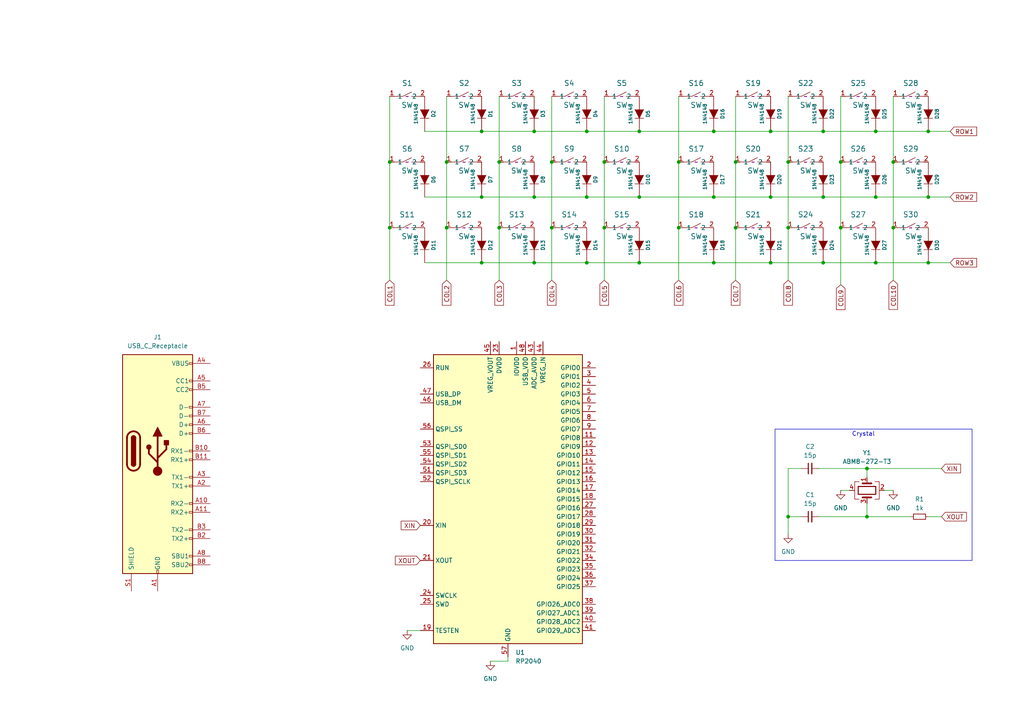
<source format=kicad_sch>
(kicad_sch (version 20231120) (generator "eeschema") (generator_version "8.0")
  (paper "A4")
  (lib_symbols
    (symbol "Connector:USB_C_Receptacle" (pin_names (offset 1.016))
      (property "Reference" "J" (at -10.16 29.21 0))
      (property "Value" "USB_C_Receptacle" (at 10.16 29.21 0))
      (symbol "USB_C_Receptacle_0_0"
        (rectangle (start -0.254 -35.56) (end 0.254 -34.544))
        (rectangle (start 10.16 -32.766) (end 9.144 -33.274))
        (rectangle (start 10.16 -30.226) (end 9.144 -30.734))
        (rectangle (start 10.16 -25.146) (end 9.144 -25.654))
        (rectangle (start 10.16 -22.606) (end 9.144 -23.114))
        (rectangle (start 10.16 -17.526) (end 9.144 -18.034))
        (rectangle (start 10.16 -14.986) (end 9.144 -15.494))
        (rectangle (start 10.16 -9.906) (end 9.144 -10.414))
        (rectangle (start 10.16 -7.366) (end 9.144 -7.874))
        (rectangle (start 10.16 -2.286) (end 9.144 -2.794))
        (rectangle (start 10.16 0.254) (end 9.144 -0.254))
        (rectangle (start 10.16 5.334) (end 9.144 4.826))
        (rectangle (start 10.16 7.874) (end 9.144 7.366))
        (rectangle (start 10.16 10.414) (end 9.144 9.906))
        (rectangle (start 10.16 12.954) (end 9.144 12.446))
        (rectangle (start 10.16 18.034) (end 9.144 17.526))
        (rectangle (start 10.16 20.574) (end 9.144 20.066))
        (rectangle (start 10.16 25.654) (end 9.144 25.146))
      )
      (symbol "USB_C_Receptacle_0_1"
        (rectangle (start -10.16 27.94) (end 10.16 -35.56) (stroke (width 0.254)) (fill (type background)))
        (arc (start -8.89 -3.81) (mid -6.985 -5.7067) (end -5.08 -3.81) (stroke (width 0.508)))
        (arc (start -7.62 -3.81) (mid -6.985 -4.4423) (end -6.35 -3.81) (stroke (width 0.254)))
        (arc (start -7.62 -3.81) (mid -6.985 -4.4423) (end -6.35 -3.81) (stroke (width 0.254)) (fill (type outline)))
        (rectangle (start -7.62 -3.81) (end -6.35 3.81) (stroke (width 0.254)) (fill (type outline)))
        (arc (start -6.35 3.81) (mid -6.985 4.4423) (end -7.62 3.81) (stroke (width 0.254)))
        (arc (start -6.35 3.81) (mid -6.985 4.4423) (end -7.62 3.81) (stroke (width 0.254)) (fill (type outline)))
        (arc (start -5.08 3.81) (mid -6.985 5.7067) (end -8.89 3.81) (stroke (width 0.508)))
        (polyline (pts (xy -8.89 -3.81) (xy -8.89 3.81)) (stroke (width 0.508)))
        (polyline (pts (xy -5.08 3.81) (xy -5.08 -3.81)) (stroke (width 0.508)))
      )
      (symbol "USB_C_Receptacle_1_1"
        (circle (center -2.54 1.143) (radius 0.635) (stroke (width 0.254)) (fill (type outline)))
        (circle (center 0 -5.842) (radius 1.27) (fill (type outline)))
        (polyline (pts (xy 0 -5.842) (xy 0 4.318)) (stroke (width 0.508)))
        (polyline (pts (xy 0 -3.302) (xy -2.54 -0.762) (xy -2.54 0.508)) (stroke (width 0.508)))
        (polyline (pts (xy 0 -2.032) (xy 2.54 0.508) (xy 2.54 1.778)) (stroke (width 0.508)))
        (polyline (pts (xy -1.27 4.318) (xy 0 6.858) (xy 1.27 4.318) (xy -1.27 4.318)) (stroke (width 0.254)) (fill (type outline)))
        (rectangle (start 1.905 1.778) (end 3.175 3.048) (stroke (width 0.254)) (fill (type outline)))
        (pin passive line (at 0 -40.64 90) (length 5.08) (name "GND") (number "A1"))
        (pin bidirectional line (at 15.24 -15.24 180) (length 5.08) (name "RX2-") (number "A10"))
        (pin bidirectional line (at 15.24 -17.78 180) (length 5.08) (name "RX2+") (number "A11"))
        (pin passive line (at 0 -40.64 90) (length 5.08) hide (name "GND") (number "A12"))
        (pin bidirectional line (at 15.24 -10.16 180) (length 5.08) (name "TX1+") (number "A2"))
        (pin bidirectional line (at 15.24 -7.62 180) (length 5.08) (name "TX1-") (number "A3"))
        (pin passive line (at 15.24 25.4 180) (length 5.08) (name "VBUS") (number "A4"))
        (pin bidirectional line (at 15.24 20.32 180) (length 5.08) (name "CC1") (number "A5"))
        (pin bidirectional line (at 15.24 7.62 180) (length 5.08) (name "D+") (number "A6"))
        (pin bidirectional line (at 15.24 12.7 180) (length 5.08) (name "D-") (number "A7"))
        (pin bidirectional line (at 15.24 -30.48 180) (length 5.08) (name "SBU1") (number "A8"))
        (pin passive line (at 15.24 25.4 180) (length 5.08) hide (name "VBUS") (number "A9"))
        (pin passive line (at 0 -40.64 90) (length 5.08) hide (name "GND") (number "B1"))
        (pin bidirectional line (at 15.24 0 180) (length 5.08) (name "RX1-") (number "B10"))
        (pin bidirectional line (at 15.24 -2.54 180) (length 5.08) (name "RX1+") (number "B11"))
        (pin passive line (at 0 -40.64 90) (length 5.08) hide (name "GND") (number "B12"))
        (pin bidirectional line (at 15.24 -25.4 180) (length 5.08) (name "TX2+") (number "B2"))
        (pin bidirectional line (at 15.24 -22.86 180) (length 5.08) (name "TX2-") (number "B3"))
        (pin passive line (at 15.24 25.4 180) (length 5.08) hide (name "VBUS") (number "B4"))
        (pin bidirectional line (at 15.24 17.78 180) (length 5.08) (name "CC2") (number "B5"))
        (pin bidirectional line (at 15.24 5.08 180) (length 5.08) (name "D+") (number "B6"))
        (pin bidirectional line (at 15.24 10.16 180) (length 5.08) (name "D-") (number "B7"))
        (pin bidirectional line (at 15.24 -33.02 180) (length 5.08) (name "SBU2") (number "B8"))
        (pin passive line (at 15.24 25.4 180) (length 5.08) hide (name "VBUS") (number "B9"))
        (pin passive line (at -7.62 -40.64 90) (length 5.08) (name "SHIELD") (number "S1"))
      )
    )
    (symbol "Device:C_Small" (pin_numbers hide) (pin_names (offset 0.254) hide)
      (property "Reference" "C" (at 0.254 1.778 0))
      (property "Value" "C_Small" (at 0.254 -2.032 0))
      (symbol "C_Small_0_1"
        (polyline (pts (xy -1.524 -0.508) (xy 1.524 -0.508)) (stroke (width 0.3302)))
        (polyline (pts (xy -1.524 0.508) (xy 1.524 0.508)) (stroke (width 0.3048)))
      )
      (symbol "C_Small_1_1"
        (pin passive line (at 0 2.54 270) (length 2.032) (name "~") (number "1"))
        (pin passive line (at 0 -2.54 90) (length 2.032) (name "~") (number "2"))
      )
    )
    (symbol "Device:Crystal_GND24" (pin_names (offset 1.016) hide)
      (property "Reference" "Y" (at 3.175 5.08 0))
      (property "Value" "Crystal_GND24" (at 3.175 3.175 0))
      (symbol "Crystal_GND24_0_1"
        (rectangle (start -1.143 2.54) (end 1.143 -2.54) (stroke (width 0.3048)))
        (polyline (pts (xy -2.54 0) (xy -2.032 0)))
        (polyline (pts (xy -2.032 -1.27) (xy -2.032 1.27)) (stroke (width 0.508)))
        (polyline (pts (xy 0 -3.81) (xy 0 -3.556)))
        (polyline (pts (xy 0 3.556) (xy 0 3.81)))
        (polyline (pts (xy 2.032 -1.27) (xy 2.032 1.27)) (stroke (width 0.508)))
        (polyline (pts (xy 2.032 0) (xy 2.54 0)))
        (polyline (pts (xy -2.54 -2.286) (xy -2.54 -3.556) (xy 2.54 -3.556) (xy 2.54 -2.286)))
        (polyline (pts (xy -2.54 2.286) (xy -2.54 3.556) (xy 2.54 3.556) (xy 2.54 2.286)))
      )
      (symbol "Crystal_GND24_1_1"
        (pin passive line (at -3.81 0 0) (length 1.27) (name "1") (number "1"))
        (pin passive line (at 0 5.08 270) (length 1.27) (name "2") (number "2"))
        (pin passive line (at 3.81 0 180) (length 1.27) (name "3") (number "3"))
        (pin passive line (at 0 -5.08 90) (length 1.27) (name "4") (number "4"))
      )
    )
    (symbol "Device:R_Small" (pin_numbers hide) (pin_names (offset 0.254) hide)
      (property "Reference" "R" (at 0.762 0.508 0))
      (property "Value" "R_Small" (at 0.762 -1.016 0))
      (symbol "R_Small_0_1"
        (rectangle (start -0.762 1.778) (end 0.762 -1.778) (stroke (width 0.2032)))
      )
      (symbol "R_Small_1_1"
        (pin passive line (at 0 2.54 270) (length 0.762) (name "~") (number "1"))
        (pin passive line (at 0 -2.54 90) (length 0.762) (name "~") (number "2"))
      )
    )
    (symbol "MCU_RaspberryPi:RP2040"
      (property "Reference" "U" (at 17.78 45.72 0))
      (property "Value" "RP2040" (at 17.78 43.18 0))
      (symbol "RP2040_0_1"
        (rectangle (start -21.59 41.91) (end 21.59 -41.91) (stroke (width 0.254)) (fill (type background)))
      )
      (symbol "RP2040_1_1"
        (pin power_in line (at 2.54 45.72 270) (length 3.81) (name "IOVDD") (number "1"))
        (pin passive line (at 2.54 45.72 270) (length 3.81) hide (name "IOVDD") (number "10"))
        (pin bidirectional line (at 25.4 17.78 180) (length 3.81) (name "GPIO8") (number "11"))
        (pin bidirectional line (at 25.4 15.24 180) (length 3.81) (name "GPIO9") (number "12"))
        (pin bidirectional line (at 25.4 12.7 180) (length 3.81) (name "GPIO10") (number "13"))
        (pin bidirectional line (at 25.4 10.16 180) (length 3.81) (name "GPIO11") (number "14"))
        (pin bidirectional line (at 25.4 7.62 180) (length 3.81) (name "GPIO12") (number "15"))
        (pin bidirectional line (at 25.4 5.08 180) (length 3.81) (name "GPIO13") (number "16"))
        (pin bidirectional line (at 25.4 2.54 180) (length 3.81) (name "GPIO14") (number "17"))
        (pin bidirectional line (at 25.4 0 180) (length 3.81) (name "GPIO15") (number "18"))
        (pin input line (at -25.4 -38.1 0) (length 3.81) (name "TESTEN") (number "19"))
        (pin bidirectional line (at 25.4 38.1 180) (length 3.81) (name "GPIO0") (number "2"))
        (pin input line (at -25.4 -7.62 0) (length 3.81) (name "XIN") (number "20"))
        (pin passive line (at -25.4 -17.78 0) (length 3.81) (name "XOUT") (number "21"))
        (pin passive line (at 2.54 45.72 270) (length 3.81) hide (name "IOVDD") (number "22"))
        (pin power_in line (at -2.54 45.72 270) (length 3.81) (name "DVDD") (number "23"))
        (pin input line (at -25.4 -27.94 0) (length 3.81) (name "SWCLK") (number "24"))
        (pin bidirectional line (at -25.4 -30.48 0) (length 3.81) (name "SWD") (number "25"))
        (pin input line (at -25.4 38.1 0) (length 3.81) (name "RUN") (number "26"))
        (pin bidirectional line (at 25.4 -2.54 180) (length 3.81) (name "GPIO16") (number "27"))
        (pin bidirectional line (at 25.4 -5.08 180) (length 3.81) (name "GPIO17") (number "28"))
        (pin bidirectional line (at 25.4 -7.62 180) (length 3.81) (name "GPIO18") (number "29"))
        (pin bidirectional line (at 25.4 35.56 180) (length 3.81) (name "GPIO1") (number "3"))
        (pin bidirectional line (at 25.4 -10.16 180) (length 3.81) (name "GPIO19") (number "30"))
        (pin bidirectional line (at 25.4 -12.7 180) (length 3.81) (name "GPIO20") (number "31"))
        (pin bidirectional line (at 25.4 -15.24 180) (length 3.81) (name "GPIO21") (number "32"))
        (pin passive line (at 2.54 45.72 270) (length 3.81) hide (name "IOVDD") (number "33"))
        (pin bidirectional line (at 25.4 -17.78 180) (length 3.81) (name "GPIO22") (number "34"))
        (pin bidirectional line (at 25.4 -20.32 180) (length 3.81) (name "GPIO23") (number "35"))
        (pin bidirectional line (at 25.4 -22.86 180) (length 3.81) (name "GPIO24") (number "36"))
        (pin bidirectional line (at 25.4 -25.4 180) (length 3.81) (name "GPIO25") (number "37"))
        (pin bidirectional line (at 25.4 -30.48 180) (length 3.81) (name "GPIO26_ADC0") (number "38"))
        (pin bidirectional line (at 25.4 -33.02 180) (length 3.81) (name "GPIO27_ADC1") (number "39"))
        (pin bidirectional line (at 25.4 33.02 180) (length 3.81) (name "GPIO2") (number "4"))
        (pin bidirectional line (at 25.4 -35.56 180) (length 3.81) (name "GPIO28_ADC2") (number "40"))
        (pin bidirectional line (at 25.4 -38.1 180) (length 3.81) (name "GPIO29_ADC3") (number "41"))
        (pin passive line (at 2.54 45.72 270) (length 3.81) hide (name "IOVDD") (number "42"))
        (pin power_in line (at 7.62 45.72 270) (length 3.81) (name "ADC_AVDD") (number "43"))
        (pin power_in line (at 10.16 45.72 270) (length 3.81) (name "VREG_IN") (number "44"))
        (pin power_out line (at -5.08 45.72 270) (length 3.81) (name "VREG_VOUT") (number "45"))
        (pin bidirectional line (at -25.4 27.94 0) (length 3.81) (name "USB_DM") (number "46"))
        (pin bidirectional line (at -25.4 30.48 0) (length 3.81) (name "USB_DP") (number "47"))
        (pin power_in line (at 5.08 45.72 270) (length 3.81) (name "USB_VDD") (number "48"))
        (pin passive line (at 2.54 45.72 270) (length 3.81) hide (name "IOVDD") (number "49"))
        (pin bidirectional line (at 25.4 30.48 180) (length 3.81) (name "GPIO3") (number "5"))
        (pin passive line (at -2.54 45.72 270) (length 3.81) hide (name "DVDD") (number "50"))
        (pin bidirectional line (at -25.4 7.62 0) (length 3.81) (name "QSPI_SD3") (number "51"))
        (pin output line (at -25.4 5.08 0) (length 3.81) (name "QSPI_SCLK") (number "52"))
        (pin bidirectional line (at -25.4 15.24 0) (length 3.81) (name "QSPI_SD0") (number "53"))
        (pin bidirectional line (at -25.4 10.16 0) (length 3.81) (name "QSPI_SD2") (number "54"))
        (pin bidirectional line (at -25.4 12.7 0) (length 3.81) (name "QSPI_SD1") (number "55"))
        (pin bidirectional line (at -25.4 20.32 0) (length 3.81) (name "QSPI_SS") (number "56"))
        (pin power_in line (at 0 -45.72 90) (length 3.81) (name "GND") (number "57"))
        (pin bidirectional line (at 25.4 27.94 180) (length 3.81) (name "GPIO4") (number "6"))
        (pin bidirectional line (at 25.4 25.4 180) (length 3.81) (name "GPIO5") (number "7"))
        (pin bidirectional line (at 25.4 22.86 180) (length 3.81) (name "GPIO6") (number "8"))
        (pin bidirectional line (at 25.4 20.32 180) (length 3.81) (name "GPIO7") (number "9"))
      )
    )
    (symbol "YAEMK:DIODE" (pin_numbers hide) (pin_names (offset 1.016) hide)
      (property "Reference" "D" (at 0 2.54 0))
      (property "Value" "DIODE" (at 0 -2.54 0))
      (symbol "DIODE_0_1"
        (polyline (pts (xy 1.27 1.27) (xy 1.27 -1.27)) (stroke (width 0.1524)))
        (polyline (pts (xy -1.27 1.27) (xy 1.27 0) (xy -1.27 -1.27)) (fill (type outline)))
      )
      (symbol "DIODE_1_1"
        (pin passive line (at 5.08 0 180) (length 3.81) (name "K") (number "1"))
        (pin passive line (at -5.08 0 0) (length 3.81) (name "A") (number "2"))
      )
    )
    (symbol "YAEMK:MX_1U" (pin_names (offset 1.016))
      (property "Reference" "S" (at 0 -2.54 0))
      (property "Value" "MX_1U" (at 0 3.81 0))
      (symbol "MX_1U_1_1"
        (polyline (pts (xy 2.54 0) (xy 1.27 0)))
        (polyline (pts (xy 3.81 0) (xy 2.54 0)))
        (polyline (pts (xy 1.27 1.27) (xy -1.27 0) (xy -3.81 0)))
        (pin bidirectional line (at -5.08 0 0) (length 1.27) (name "1") (number "1"))
        (pin bidirectional line (at 5.08 0 180) (length 1.27) (name "2") (number "2"))
      )
    )
    (symbol "power:GND" (power) (pin_numbers hide) (pin_names (offset 0) hide)
      (property "Value" "GND" (at 0 -3.81 0))
      (symbol "GND_0_1"
        (polyline (pts (xy 0 0) (xy 0 -1.27) (xy 1.27 -1.27) (xy 0 -2.54) (xy -1.27 -1.27) (xy 0 -1.27)))
      )
      (symbol "GND_1_1"
        (pin power_in line (at 0 0 270) (length 0) (name "~") (number "1"))
      )
    )
  )
  (junction (at 259.08 46.99))
  (junction (at 196.85 66.04))
  (junction (at 154.94 57.15))
  (junction (at 238.76 57.15))
  (junction (at 170.18 76.2))
  (junction (at 175.26 66.04))
  (junction (at 113.03 46.99))
  (junction (at 269.24 38.1))
  (junction (at 113.03 66.04))
  (junction (at 223.52 38.1))
  (junction (at 170.18 57.15))
  (junction (at 185.42 57.15))
  (junction (at 154.94 76.2))
  (junction (at 243.84 66.04))
  (junction (at 269.24 57.15))
  (junction (at 139.7 76.2))
  (junction (at 144.78 46.99))
  (junction (at 129.54 66.04))
  (junction (at 251.46 135.89))
  (junction (at 251.46 149.86))
  (junction (at 207.01 38.1))
  (junction (at 207.01 76.2))
  (junction (at 144.78 66.04))
  (junction (at 228.6 46.99))
  (junction (at 170.18 38.1))
  (junction (at 259.08 66.04))
  (junction (at 269.24 76.2))
  (junction (at 160.02 46.99))
  (junction (at 196.85 46.99))
  (junction (at 160.02 66.04))
  (junction (at 185.42 76.2))
  (junction (at 228.6 149.86))
  (junction (at 185.42 38.1))
  (junction (at 139.7 38.1))
  (junction (at 254 76.2))
  (junction (at 254 57.15))
  (junction (at 213.36 66.04))
  (junction (at 238.76 76.2))
  (junction (at 154.94 38.1))
  (junction (at 213.36 46.99))
  (junction (at 175.26 46.99))
  (junction (at 238.76 38.1))
  (junction (at 223.52 57.15))
  (junction (at 228.6 66.04))
  (junction (at 243.84 46.99))
  (junction (at 223.52 76.2))
  (junction (at 254 38.1))
  (junction (at 139.7 57.15))
  (junction (at 129.54 46.99))
  (junction (at 207.01 57.15))
  (wire (pts (xy 123.19 38.1) (xy 139.7 38.1)))
  (wire (pts (xy 144.78 66.04) (xy 144.78 81.28)))
  (wire (pts (xy 170.18 57.15) (xy 185.42 57.15)))
  (wire (pts (xy 129.54 66.04) (xy 129.54 81.28)))
  (wire (pts (xy 196.85 46.99) (xy 196.85 66.04)))
  (wire (pts (xy 228.6 149.86) (xy 228.6 135.89)))
  (wire (pts (xy 243.84 66.04) (xy 243.84 82.55)))
  (wire (pts (xy 170.18 38.1) (xy 185.42 38.1)))
  (wire (pts (xy 144.78 27.94) (xy 144.78 46.99)))
  (wire (pts (xy 259.08 142.24) (xy 256.54 142.24)))
  (wire (pts (xy 228.6 135.89) (xy 232.41 135.89)))
  (wire (pts (xy 269.24 149.86) (xy 273.05 149.86)))
  (wire (pts (xy 238.76 76.2) (xy 254 76.2)))
  (wire (pts (xy 269.24 76.2) (xy 275.59 76.2)))
  (wire (pts (xy 228.6 66.04) (xy 228.6 81.28)))
  (wire (pts (xy 185.42 57.15) (xy 207.01 57.15)))
  (wire (pts (xy 228.6 154.94) (xy 228.6 149.86)))
  (wire (pts (xy 259.08 46.99) (xy 259.08 66.04)))
  (wire (pts (xy 154.94 57.15) (xy 170.18 57.15)))
  (wire (pts (xy 251.46 135.89) (xy 273.05 135.89)))
  (wire (pts (xy 251.46 149.86) (xy 264.16 149.86)))
  (wire (pts (xy 123.19 57.15) (xy 139.7 57.15)))
  (wire (pts (xy 223.52 76.2) (xy 238.76 76.2)))
  (wire (pts (xy 238.76 57.15) (xy 254 57.15)))
  (wire (pts (xy 185.42 38.1) (xy 207.01 38.1)))
  (wire (pts (xy 259.08 66.04) (xy 259.08 81.28)))
  (wire (pts (xy 223.52 38.1) (xy 238.76 38.1)))
  (wire (pts (xy 139.7 57.15) (xy 154.94 57.15)))
  (wire (pts (xy 207.01 57.15) (xy 223.52 57.15)))
  (wire (pts (xy 160.02 27.94) (xy 160.02 46.99)))
  (wire (pts (xy 259.08 27.94) (xy 259.08 46.99)))
  (wire (pts (xy 144.78 46.99) (xy 144.78 66.04)))
  (wire (pts (xy 175.26 27.94) (xy 175.26 46.99)))
  (wire (pts (xy 207.01 76.2) (xy 223.52 76.2)))
  (wire (pts (xy 113.03 66.04) (xy 113.03 81.28)))
  (wire (pts (xy 147.32 190.5) (xy 147.32 191.77)))
  (wire (pts (xy 251.46 135.89) (xy 251.46 138.43)))
  (wire (pts (xy 254 38.1) (xy 269.24 38.1)))
  (wire (pts (xy 160.02 66.04) (xy 160.02 81.28)))
  (wire (pts (xy 238.76 38.1) (xy 254 38.1)))
  (wire (pts (xy 154.94 38.1) (xy 170.18 38.1)))
  (wire (pts (xy 269.24 57.15) (xy 275.59 57.15)))
  (wire (pts (xy 237.49 135.89) (xy 251.46 135.89)))
  (wire (pts (xy 196.85 27.94) (xy 196.85 46.99)))
  (wire (pts (xy 243.84 46.99) (xy 243.84 66.04)))
  (wire (pts (xy 254 57.15) (xy 269.24 57.15)))
  (wire (pts (xy 213.36 46.99) (xy 213.36 66.04)))
  (wire (pts (xy 207.01 38.1) (xy 223.52 38.1)))
  (wire (pts (xy 123.19 76.2) (xy 139.7 76.2)))
  (wire (pts (xy 269.24 38.1) (xy 275.59 38.1)))
  (wire (pts (xy 113.03 46.99) (xy 113.03 66.04)))
  (wire (pts (xy 170.18 76.2) (xy 185.42 76.2)))
  (wire (pts (xy 139.7 76.2) (xy 154.94 76.2)))
  (wire (pts (xy 129.54 46.99) (xy 129.54 66.04)))
  (wire (pts (xy 175.26 66.04) (xy 175.26 81.28)))
  (wire (pts (xy 129.54 27.94) (xy 129.54 46.99)))
  (wire (pts (xy 113.03 27.94) (xy 113.03 46.99)))
  (wire (pts (xy 228.6 46.99) (xy 228.6 66.04)))
  (wire (pts (xy 185.42 76.2) (xy 207.01 76.2)))
  (wire (pts (xy 147.32 191.77) (xy 142.24 191.77)))
  (wire (pts (xy 254 76.2) (xy 269.24 76.2)))
  (wire (pts (xy 121.92 182.88) (xy 118.11 182.88)))
  (wire (pts (xy 175.26 46.99) (xy 175.26 66.04)))
  (wire (pts (xy 243.84 27.94) (xy 243.84 46.99)))
  (wire (pts (xy 237.49 149.86) (xy 251.46 149.86)))
  (wire (pts (xy 154.94 76.2) (xy 170.18 76.2)))
  (wire (pts (xy 251.46 149.86) (xy 251.46 146.05)))
  (wire (pts (xy 228.6 149.86) (xy 232.41 149.86)))
  (wire (pts (xy 160.02 46.99) (xy 160.02 66.04)))
  (wire (pts (xy 213.36 66.04) (xy 213.36 81.28)))
  (wire (pts (xy 246.38 142.24) (xy 243.84 142.24)))
  (wire (pts (xy 139.7 38.1) (xy 154.94 38.1)))
  (wire (pts (xy 213.36 27.94) (xy 213.36 46.99)))
  (wire (pts (xy 196.85 66.04) (xy 196.85 81.28)))
  (wire (pts (xy 223.52 57.15) (xy 238.76 57.15)))
  (wire (pts (xy 228.6 27.94) (xy 228.6 46.99)))
  (rectangle (start 224.79 124.46) (end 281.94 162.56))
  (text "Crystal" (at 250.444 125.984 0) (effects (font (size 1.27 1.27))))
  (global_label "XIN" (shape input) (at 121.92 152.4 180) (property "Intersheetrefs" "${INTERSHEET_REFS}" (effects (hide yes))))
  (global_label "ROW3" (shape input) (at 275.59 76.2 0) (property "Intersheetrefs" "${INTERSHEET_REFS}" (effects (hide yes))))
  (global_label "COL3" (shape input) (at 144.78 81.28 270) (property "Intersheetrefs" "${INTERSHEET_REFS}" (effects (hide yes))))
  (global_label "COL2" (shape input) (at 129.54 81.28 270) (property "Intersheetrefs" "${INTERSHEET_REFS}" (effects (hide yes))))
  (global_label "COL1" (shape input) (at 113.03 81.28 270) (property "Intersheetrefs" "${INTERSHEET_REFS}" (effects (hide yes))))
  (global_label "XOUT" (shape input) (at 273.05 149.86 0) (property "Intersheetrefs" "${INTERSHEET_REFS}" (effects (hide yes))))
  (global_label "COL7" (shape input) (at 213.36 81.28 270) (property "Intersheetrefs" "${INTERSHEET_REFS}" (effects (hide yes))))
  (global_label "XOUT" (shape input) (at 121.92 162.56 180) (property "Intersheetrefs" "${INTERSHEET_REFS}" (effects (hide yes))))
  (global_label "COL5" (shape input) (at 175.26 81.28 270) (property "Intersheetrefs" "${INTERSHEET_REFS}" (effects (hide yes))))
  (global_label "COL10" (shape input) (at 259.08 81.28 270) (property "Intersheetrefs" "${INTERSHEET_REFS}" (effects (hide yes))))
  (global_label "COL6" (shape input) (at 196.85 81.28 270) (property "Intersheetrefs" "${INTERSHEET_REFS}" (effects (hide yes))))
  (global_label "ROW1" (shape input) (at 275.59 38.1 0) (property "Intersheetrefs" "${INTERSHEET_REFS}" (effects (hide yes))))
  (global_label "ROW2" (shape input) (at 275.59 57.15 0) (property "Intersheetrefs" "${INTERSHEET_REFS}" (effects (hide yes))))
  (global_label "COL4" (shape input) (at 160.02 81.28 270) (property "Intersheetrefs" "${INTERSHEET_REFS}" (effects (hide yes))))
  (global_label "COL8" (shape input) (at 228.6 81.28 270) (property "Intersheetrefs" "${INTERSHEET_REFS}" (effects (hide yes))))
  (global_label "COL9" (shape input) (at 243.84 82.55 270) (property "Intersheetrefs" "${INTERSHEET_REFS}" (effects (hide yes))))
  (global_label "XIN" (shape input) (at 273.05 135.89 0) (property "Intersheetrefs" "${INTERSHEET_REFS}" (effects (hide yes))))
  (symbol (lib_id "YAEMK:DIODE") (at 254 33.02 270) (unit 1)
    (property "Reference" "D25" (at 256.54 33.02 0) (effects (font (size 1.016 1.016))))
    (property "Value" "1N4148" (at 251.46 33.02 0) (effects (font (size 1.016 1.016))))
    (property "Footprint" "prettylib:D_SOD-123" (effects (hide yes)))
    (property "LCSC Part" " C81598" (effects (hide yes)))
    (property "JLCPCB BOM" "1" (effects (hide yes)))
  )
  (symbol (lib_id "YAEMK:MX_1U") (at 233.68 66.04 0) (unit 1)
    (property "Reference" "S24" (at 233.68 62.23 0) (effects (font (size 1.524 1.524))))
    (property "Value" "SW" (at 233.68 68.58 0) (effects (font (size 1.524 1.524))))
    (property "Footprint" "prettylib:MX_KAILH_SOCKET_1U" (effects (hide yes)))
    (property "Datasheet" "~" (at 233.68 66.04 0) (effects (font (size 1.524 1.524))))
    (property "JLCPCB BOM" "0" (effects (hide yes)))
  )
  (symbol (lib_id "Device:C_Small") (at 234.95 149.86 90) (unit 1)
    (property "Reference" "C1" (at 234.9563 143.51 90))
    (property "Value" "15p" (at 234.9563 146.05 90))
    (property "Description" "Unpolarized capacitor, small symbol" (effects (hide yes)))
  )
  (symbol (lib_id "YAEMK:MX_1U") (at 233.68 27.94 0) (unit 1)
    (property "Reference" "S22" (at 233.68 24.13 0) (effects (font (size 1.524 1.524))))
    (property "Value" "SW" (at 233.68 30.48 0) (effects (font (size 1.524 1.524))))
    (property "Footprint" "prettylib:MX_KAILH_SOCKET_1U" (effects (hide yes)))
    (property "Datasheet" "~" (at 233.68 27.94 0) (effects (font (size 1.524 1.524))))
    (property "JLCPCB BOM" "0" (effects (hide yes)))
  )
  (symbol (lib_id "YAEMK:DIODE") (at 223.52 33.02 270) (unit 1)
    (property "Reference" "D19" (at 226.06 33.02 0) (effects (font (size 1.016 1.016))))
    (property "Value" "1N4148" (at 220.98 33.02 0) (effects (font (size 1.016 1.016))))
    (property "Footprint" "prettylib:D_SOD-123" (effects (hide yes)))
    (property "LCSC Part" " C81598" (effects (hide yes)))
    (property "JLCPCB BOM" "1" (effects (hide yes)))
  )
  (symbol (lib_id "YAEMK:DIODE") (at 269.24 71.12 270) (unit 1)
    (property "Reference" "D30" (at 271.78 71.12 0) (effects (font (size 1.016 1.016))))
    (property "Value" "1N4148" (at 266.7 71.12 0) (effects (font (size 1.016 1.016))))
    (property "Footprint" "prettylib:D_SOD-123" (effects (hide yes)))
    (property "LCSC Part" " C81598" (effects (hide yes)))
    (property "JLCPCB BOM" "1" (effects (hide yes)))
  )
  (symbol (lib_id "power:GND") (at 118.11 182.88 0) (unit 1)
    (property "Reference" "#PWR05" (effects (hide yes)))
    (property "Value" "GND" (at 118.11 187.96 0))
    (property "Description" "Power symbol creates a global label with name \"GND\" , ground" (effects (hide yes)))
  )
  (symbol (lib_id "YAEMK:MX_1U") (at 264.16 27.94 0) (unit 1)
    (property "Reference" "S28" (at 264.16 24.13 0) (effects (font (size 1.524 1.524))))
    (property "Value" "SW" (at 264.16 30.48 0) (effects (font (size 1.524 1.524))))
    (property "Footprint" "prettylib:MX_KAILH_SOCKET_1U" (effects (hide yes)))
    (property "Datasheet" "~" (at 264.16 27.94 0) (effects (font (size 1.524 1.524))))
    (property "JLCPCB BOM" "0" (effects (hide yes)))
  )
  (symbol (lib_id "YAEMK:MX_1U") (at 233.68 46.99 0) (unit 1)
    (property "Reference" "S23" (at 233.68 43.18 0) (effects (font (size 1.524 1.524))))
    (property "Value" "SW" (at 233.68 49.53 0) (effects (font (size 1.524 1.524))))
    (property "Footprint" "prettylib:MX_KAILH_SOCKET_1U" (effects (hide yes)))
    (property "Datasheet" "~" (at 233.68 46.99 0) (effects (font (size 1.524 1.524))))
    (property "JLCPCB BOM" "0" (effects (hide yes)))
  )
  (symbol (lib_id "Device:C_Small") (at 234.95 135.89 90) (unit 1)
    (property "Reference" "C2" (at 234.9563 129.54 90))
    (property "Value" "15p" (at 234.9563 132.08 90))
    (property "Description" "Unpolarized capacitor, small symbol" (effects (hide yes)))
  )
  (symbol (lib_id "YAEMK:DIODE") (at 139.7 33.02 270) (unit 1)
    (property "Reference" "D1" (at 142.24 33.02 0) (effects (font (size 1.016 1.016))))
    (property "Value" "1N4148" (at 137.16 33.02 0) (effects (font (size 1.016 1.016))))
    (property "Footprint" "prettylib:D_SOD-123" (effects (hide yes)))
    (property "LCSC Part" " C81598" (effects (hide yes)))
    (property "JLCPCB BOM" "1" (effects (hide yes)))
  )
  (symbol (lib_id "YAEMK:MX_1U") (at 201.93 27.94 0) (unit 1)
    (property "Reference" "S16" (at 201.93 24.13 0) (effects (font (size 1.524 1.524))))
    (property "Value" "SW" (at 201.93 30.48 0) (effects (font (size 1.524 1.524))))
    (property "Footprint" "prettylib:MX_KAILH_SOCKET_1U" (effects (hide yes)))
    (property "Datasheet" "~" (at 201.93 27.94 0) (effects (font (size 1.524 1.524))))
    (property "JLCPCB BOM" "0" (effects (hide yes)))
  )
  (symbol (lib_id "YAEMK:DIODE") (at 139.7 52.07 270) (unit 1)
    (property "Reference" "D7" (at 142.24 52.07 0) (effects (font (size 1.016 1.016))))
    (property "Value" "1N4148" (at 137.16 52.07 0) (effects (font (size 1.016 1.016))))
    (property "Footprint" "prettylib:D_SOD-123" (effects (hide yes)))
    (property "LCSC Part" " C81598" (effects (hide yes)))
    (property "JLCPCB BOM" "1" (effects (hide yes)))
  )
  (symbol (lib_id "YAEMK:MX_1U") (at 264.16 66.04 0) (unit 1)
    (property "Reference" "S30" (at 264.16 62.23 0) (effects (font (size 1.524 1.524))))
    (property "Value" "SW" (at 264.16 68.58 0) (effects (font (size 1.524 1.524))))
    (property "Footprint" "prettylib:MX_KAILH_SOCKET_1U" (effects (hide yes)))
    (property "Datasheet" "~" (at 264.16 66.04 0) (effects (font (size 1.524 1.524))))
    (property "JLCPCB BOM" "0" (effects (hide yes)))
  )
  (symbol (lib_id "YAEMK:MX_1U") (at 180.34 27.94 0) (unit 1)
    (property "Reference" "S5" (at 180.34 24.13 0) (effects (font (size 1.524 1.524))))
    (property "Value" "SW" (at 180.34 30.48 0) (effects (font (size 1.524 1.524))))
    (property "Footprint" "prettylib:MX_KAILH_SOCKET_1U" (effects (hide yes)))
    (property "Datasheet" "~" (at 180.34 27.94 0) (effects (font (size 1.524 1.524))))
    (property "JLCPCB BOM" "0" (effects (hide yes)))
  )
  (symbol (lib_id "YAEMK:DIODE") (at 154.94 71.12 270) (unit 1)
    (property "Reference" "D13" (at 157.48 71.12 0) (effects (font (size 1.016 1.016))))
    (property "Value" "1N4148" (at 152.4 71.12 0) (effects (font (size 1.016 1.016))))
    (property "Footprint" "prettylib:D_SOD-123" (effects (hide yes)))
    (property "LCSC Part" " C81598" (effects (hide yes)))
    (property "JLCPCB BOM" "1" (effects (hide yes)))
  )
  (symbol (lib_id "YAEMK:MX_1U") (at 264.16 46.99 0) (unit 1)
    (property "Reference" "S29" (at 264.16 43.18 0) (effects (font (size 1.524 1.524))))
    (property "Value" "SW" (at 264.16 49.53 0) (effects (font (size 1.524 1.524))))
    (property "Footprint" "prettylib:MX_KAILH_SOCKET_1U" (effects (hide yes)))
    (property "Datasheet" "~" (at 264.16 46.99 0) (effects (font (size 1.524 1.524))))
    (property "JLCPCB BOM" "0" (effects (hide yes)))
  )
  (symbol (lib_id "YAEMK:MX_1U") (at 248.92 27.94 0) (unit 1)
    (property "Reference" "S25" (at 248.92 24.13 0) (effects (font (size 1.524 1.524))))
    (property "Value" "SW" (at 248.92 30.48 0) (effects (font (size 1.524 1.524))))
    (property "Footprint" "prettylib:MX_KAILH_SOCKET_1U" (effects (hide yes)))
    (property "Datasheet" "~" (at 248.92 27.94 0) (effects (font (size 1.524 1.524))))
    (property "JLCPCB BOM" "0" (effects (hide yes)))
  )
  (symbol (lib_id "MCU_RaspberryPi:RP2040") (at 147.32 144.78 0) (unit 1)
    (property "Reference" "U1" (at 149.5141 189.23 0) (effects (justify left)))
    (property "Value" "RP2040" (at 149.5141 191.77 0) (effects (justify left)))
    (property "Footprint" "Package_DFN_QFN:QFN-56-1EP_7x7mm_P0.4mm_EP3.2x3.2mm" (effects (hide yes)))
    (property "Datasheet" "https://datasheets.raspberrypi.com/rp2040/rp2040-datasheet.pdf" (effects (hide yes)))
    (property "Description" "A microcontroller by Raspberry Pi" (effects (hide yes)))
  )
  (symbol (lib_id "YAEMK:MX_1U") (at 165.1 66.04 0) (unit 1)
    (property "Reference" "S14" (at 165.1 62.23 0) (effects (font (size 1.524 1.524))))
    (property "Value" "SW" (at 165.1 68.58 0) (effects (font (size 1.524 1.524))))
    (property "Footprint" "prettylib:MX_KAILH_SOCKET_1U" (effects (hide yes)))
    (property "Datasheet" "~" (at 165.1 66.04 0) (effects (font (size 1.524 1.524))))
    (property "JLCPCB BOM" "0" (effects (hide yes)))
  )
  (symbol (lib_id "power:GND") (at 259.08 142.24 0) (unit 1)
    (property "Reference" "#PWR02" (effects (hide yes)))
    (property "Value" "GND" (at 259.08 147.32 0))
    (property "Description" "Power symbol creates a global label with name \"GND\" , ground" (effects (hide yes)))
  )
  (symbol (lib_id "YAEMK:MX_1U") (at 149.86 46.99 0) (unit 1)
    (property "Reference" "S8" (at 149.86 43.18 0) (effects (font (size 1.524 1.524))))
    (property "Value" "SW" (at 149.86 49.53 0) (effects (font (size 1.524 1.524))))
    (property "Footprint" "prettylib:MX_KAILH_SOCKET_1U" (effects (hide yes)))
    (property "Datasheet" "~" (at 149.86 46.99 0) (effects (font (size 1.524 1.524))))
    (property "JLCPCB BOM" "0" (effects (hide yes)))
  )
  (symbol (lib_id "YAEMK:MX_1U") (at 118.11 27.94 0) (unit 1)
    (property "Reference" "S1" (at 118.11 24.13 0) (effects (font (size 1.524 1.524))))
    (property "Value" "SW" (at 118.11 30.48 0) (effects (font (size 1.524 1.524))))
    (property "Footprint" "prettylib:MX_KAILH_SOCKET_1U" (effects (hide yes)))
    (property "Datasheet" "~" (at 118.11 27.94 0) (effects (font (size 1.524 1.524))))
    (property "JLCPCB BOM" "0" (effects (hide yes)))
  )
  (symbol (lib_id "YAEMK:MX_1U") (at 248.92 66.04 0) (unit 1)
    (property "Reference" "S27" (at 248.92 62.23 0) (effects (font (size 1.524 1.524))))
    (property "Value" "SW" (at 248.92 68.58 0) (effects (font (size 1.524 1.524))))
    (property "Footprint" "prettylib:MX_KAILH_SOCKET_1U" (effects (hide yes)))
    (property "Datasheet" "~" (at 248.92 66.04 0) (effects (font (size 1.524 1.524))))
    (property "JLCPCB BOM" "0" (effects (hide yes)))
  )
  (symbol (lib_id "YAEMK:MX_1U") (at 180.34 66.04 0) (unit 1)
    (property "Reference" "S15" (at 180.34 62.23 0) (effects (font (size 1.524 1.524))))
    (property "Value" "SW" (at 180.34 68.58 0) (effects (font (size 1.524 1.524))))
    (property "Footprint" "prettylib:MX_KAILH_SOCKET_1U" (effects (hide yes)))
    (property "Datasheet" "~" (at 180.34 66.04 0) (effects (font (size 1.524 1.524))))
    (property "JLCPCB BOM" "0" (effects (hide yes)))
  )
  (symbol (lib_id "YAEMK:DIODE") (at 207.01 52.07 270) (unit 1)
    (property "Reference" "D17" (at 209.55 52.07 0) (effects (font (size 1.016 1.016))))
    (property "Value" "1N4148" (at 204.47 52.07 0) (effects (font (size 1.016 1.016))))
    (property "Footprint" "prettylib:D_SOD-123" (effects (hide yes)))
    (property "LCSC Part" " C81598" (effects (hide yes)))
    (property "JLCPCB BOM" "1" (effects (hide yes)))
  )
  (symbol (lib_id "YAEMK:MX_1U") (at 180.34 46.99 0) (unit 1)
    (property "Reference" "S10" (at 180.34 43.18 0) (effects (font (size 1.524 1.524))))
    (property "Value" "SW" (at 180.34 49.53 0) (effects (font (size 1.524 1.524))))
    (property "Footprint" "prettylib:MX_KAILH_SOCKET_1U" (effects (hide yes)))
    (property "Datasheet" "~" (at 180.34 46.99 0) (effects (font (size 1.524 1.524))))
    (property "JLCPCB BOM" "0" (effects (hide yes)))
  )
  (symbol (lib_id "YAEMK:DIODE") (at 238.76 71.12 270) (unit 1)
    (property "Reference" "D24" (at 241.3 71.12 0) (effects (font (size 1.016 1.016))))
    (property "Value" "1N4148" (at 236.22 71.12 0) (effects (font (size 1.016 1.016))))
    (property "Footprint" "prettylib:D_SOD-123" (effects (hide yes)))
    (property "LCSC Part" " C81598" (effects (hide yes)))
    (property "JLCPCB BOM" "1" (effects (hide yes)))
  )
  (symbol (lib_id "YAEMK:MX_1U") (at 165.1 27.94 0) (unit 1)
    (property "Reference" "S4" (at 165.1 24.13 0) (effects (font (size 1.524 1.524))))
    (property "Value" "SW" (at 165.1 30.48 0) (effects (font (size 1.524 1.524))))
    (property "Footprint" "prettylib:MX_KAILH_SOCKET_1U" (effects (hide yes)))
    (property "Datasheet" "~" (at 165.1 27.94 0) (effects (font (size 1.524 1.524))))
    (property "JLCPCB BOM" "0" (effects (hide yes)))
  )
  (symbol (lib_id "Device:R_Small") (at 266.7 149.86 90) (unit 1)
    (property "Reference" "R1" (at 266.7 144.78 90))
    (property "Value" "1k" (at 266.7 147.32 90))
    (property "Description" "Resistor, small symbol" (effects (hide yes)))
  )
  (symbol (lib_id "Connector:USB_C_Receptacle") (at 45.72 130.81 0) (unit 1)
    (property "Reference" "J1" (at 45.72 97.79 0))
    (property "Value" "USB_C_Receptacle" (at 45.72 100.33 0))
    (property "Datasheet" "https://www.usb.org/sites/default/files/documents/usb_type-c.zip" (effects (hide yes)))
    (property "Description" "USB Full-Featured Type-C Receptacle connector" (effects (hide yes)))
    (property "LCSC" "C2765186" (effects (hide yes)))
  )
  (symbol (lib_id "YAEMK:MX_1U") (at 218.44 66.04 0) (unit 1)
    (property "Reference" "S21" (at 218.44 62.23 0) (effects (font (size 1.524 1.524))))
    (property "Value" "SW" (at 218.44 68.58 0) (effects (font (size 1.524 1.524))))
    (property "Footprint" "prettylib:MX_KAILH_SOCKET_1U" (effects (hide yes)))
    (property "Datasheet" "~" (at 218.44 66.04 0) (effects (font (size 1.524 1.524))))
    (property "JLCPCB BOM" "0" (effects (hide yes)))
  )
  (symbol (lib_id "YAEMK:MX_1U") (at 149.86 27.94 0) (unit 1)
    (property "Reference" "S3" (at 149.86 24.13 0) (effects (font (size 1.524 1.524))))
    (property "Value" "SW" (at 149.86 30.48 0) (effects (font (size 1.524 1.524))))
    (property "Footprint" "prettylib:MX_KAILH_SOCKET_1U" (effects (hide yes)))
    (property "Datasheet" "~" (at 149.86 27.94 0) (effects (font (size 1.524 1.524))))
    (property "JLCPCB BOM" "0" (effects (hide yes)))
  )
  (symbol (lib_id "YAEMK:MX_1U") (at 118.11 66.04 0) (unit 1)
    (property "Reference" "S11" (at 118.11 62.23 0) (effects (font (size 1.524 1.524))))
    (property "Value" "SW" (at 118.11 68.58 0) (effects (font (size 1.524 1.524))))
    (property "Footprint" "prettylib:MX_KAILH_SOCKET_1U" (effects (hide yes)))
    (property "Datasheet" "~" (at 118.11 66.04 0) (effects (font (size 1.524 1.524))))
    (property "JLCPCB BOM" "0" (effects (hide yes)))
  )
  (symbol (lib_id "YAEMK:DIODE") (at 123.19 52.07 270) (unit 1)
    (property "Reference" "D6" (at 125.73 52.07 0) (effects (font (size 1.016 1.016))))
    (property "Value" "1N4148" (at 120.65 52.07 0) (effects (font (size 1.016 1.016))))
    (property "Footprint" "prettylib:D_SOD-123" (effects (hide yes)))
    (property "LCSC Part" " C81598" (effects (hide yes)))
    (property "JLCPCB BOM" "1" (effects (hide yes)))
  )
  (symbol (lib_id "YAEMK:MX_1U") (at 201.93 46.99 0) (unit 1)
    (property "Reference" "S17" (at 201.93 43.18 0) (effects (font (size 1.524 1.524))))
    (property "Value" "SW" (at 201.93 49.53 0) (effects (font (size 1.524 1.524))))
    (property "Footprint" "prettylib:MX_KAILH_SOCKET_1U" (effects (hide yes)))
    (property "Datasheet" "~" (at 201.93 46.99 0) (effects (font (size 1.524 1.524))))
    (property "JLCPCB BOM" "0" (effects (hide yes)))
  )
  (symbol (lib_id "power:GND") (at 228.6 154.94 0) (unit 1)
    (property "Reference" "#PWR03" (effects (hide yes)))
    (property "Value" "GND" (at 228.6 160.02 0))
    (property "Description" "Power symbol creates a global label with name \"GND\" , ground" (effects (hide yes)))
  )
  (symbol (lib_id "YAEMK:MX_1U") (at 165.1 46.99 0) (unit 1)
    (property "Reference" "S9" (at 165.1 43.18 0) (effects (font (size 1.524 1.524))))
    (property "Value" "SW" (at 165.1 49.53 0) (effects (font (size 1.524 1.524))))
    (property "Footprint" "prettylib:MX_KAILH_SOCKET_1U" (effects (hide yes)))
    (property "Datasheet" "~" (at 165.1 46.99 0) (effects (font (size 1.524 1.524))))
    (property "JLCPCB BOM" "0" (effects (hide yes)))
  )
  (symbol (lib_id "YAEMK:DIODE") (at 207.01 33.02 270) (unit 1)
    (property "Reference" "D16" (at 209.55 33.02 0) (effects (font (size 1.016 1.016))))
    (property "Value" "1N4148" (at 204.47 33.02 0) (effects (font (size 1.016 1.016))))
    (property "Footprint" "prettylib:D_SOD-123" (effects (hide yes)))
    (property "LCSC Part" " C81598" (effects (hide yes)))
    (property "JLCPCB BOM" "1" (effects (hide yes)))
  )
  (symbol (lib_id "YAEMK:DIODE") (at 269.24 52.07 270) (unit 1)
    (property "Reference" "D29" (at 271.78 52.07 0) (effects (font (size 1.016 1.016))))
    (property "Value" "1N4148" (at 266.7 52.07 0) (effects (font (size 1.016 1.016))))
    (property "Footprint" "prettylib:D_SOD-123" (effects (hide yes)))
    (property "LCSC Part" " C81598" (effects (hide yes)))
    (property "JLCPCB BOM" "1" (effects (hide yes)))
  )
  (symbol (lib_id "YAEMK:DIODE") (at 123.19 33.02 270) (unit 1)
    (property "Reference" "D2" (at 125.73 33.02 0) (effects (font (size 1.016 1.016))))
    (property "Value" "1N4148" (at 120.65 33.02 0) (effects (font (size 1.016 1.016))))
    (property "Footprint" "prettylib:D_SOD-123" (effects (hide yes)))
    (property "LCSC Part" " C81598" (effects (hide yes)))
    (property "JLCPCB BOM" "1" (effects (hide yes)))
  )
  (symbol (lib_id "YAEMK:DIODE") (at 185.42 33.02 270) (unit 1)
    (property "Reference" "D5" (at 187.96 33.02 0) (effects (font (size 1.016 1.016))))
    (property "Value" "1N4148" (at 182.88 33.02 0) (effects (font (size 1.016 1.016))))
    (property "Footprint" "prettylib:D_SOD-123" (effects (hide yes)))
    (property "LCSC Part" " C81598" (effects (hide yes)))
    (property "JLCPCB BOM" "1" (effects (hide yes)))
  )
  (symbol (lib_id "YAEMK:DIODE") (at 254 71.12 270) (unit 1)
    (property "Reference" "D27" (at 256.54 71.12 0) (effects (font (size 1.016 1.016))))
    (property "Value" "1N4148" (at 251.46 71.12 0) (effects (font (size 1.016 1.016))))
    (property "Footprint" "prettylib:D_SOD-123" (effects (hide yes)))
    (property "LCSC Part" " C81598" (effects (hide yes)))
    (property "JLCPCB BOM" "1" (effects (hide yes)))
  )
  (symbol (lib_id "YAEMK:DIODE") (at 185.42 71.12 270) (unit 1)
    (property "Reference" "D15" (at 187.96 71.12 0) (effects (font (size 1.016 1.016))))
    (property "Value" "1N4148" (at 182.88 71.12 0) (effects (font (size 1.016 1.016))))
    (property "Footprint" "prettylib:D_SOD-123" (effects (hide yes)))
    (property "LCSC Part" " C81598" (effects (hide yes)))
    (property "JLCPCB BOM" "1" (effects (hide yes)))
  )
  (symbol (lib_id "YAEMK:MX_1U") (at 248.92 46.99 0) (unit 1)
    (property "Reference" "S26" (at 248.92 43.18 0) (effects (font (size 1.524 1.524))))
    (property "Value" "SW" (at 248.92 49.53 0) (effects (font (size 1.524 1.524))))
    (property "Footprint" "prettylib:MX_KAILH_SOCKET_1U" (effects (hide yes)))
    (property "Datasheet" "~" (at 248.92 46.99 0) (effects (font (size 1.524 1.524))))
    (property "JLCPCB BOM" "0" (effects (hide yes)))
  )
  (symbol (lib_id "YAEMK:MX_1U") (at 134.62 27.94 0) (unit 1)
    (property "Reference" "S2" (at 134.62 24.13 0) (effects (font (size 1.524 1.524))))
    (property "Value" "SW" (at 134.62 30.48 0) (effects (font (size 1.524 1.524))))
    (property "Footprint" "prettylib:MX_KAILH_SOCKET_1U" (effects (hide yes)))
    (property "Datasheet" "~" (at 134.62 27.94 0) (effects (font (size 1.524 1.524))))
    (property "JLCPCB BOM" "0" (effects (hide yes)))
  )
  (symbol (lib_id "YAEMK:DIODE") (at 254 52.07 270) (unit 1)
    (property "Reference" "D26" (at 256.54 52.07 0) (effects (font (size 1.016 1.016))))
    (property "Value" "1N4148" (at 251.46 52.07 0) (effects (font (size 1.016 1.016))))
    (property "Footprint" "prettylib:D_SOD-123" (effects (hide yes)))
    (property "LCSC Part" " C81598" (effects (hide yes)))
    (property "JLCPCB BOM" "1" (effects (hide yes)))
  )
  (symbol (lib_id "YAEMK:DIODE") (at 207.01 71.12 270) (unit 1)
    (property "Reference" "D18" (at 209.55 71.12 0) (effects (font (size 1.016 1.016))))
    (property "Value" "1N4148" (at 204.47 71.12 0) (effects (font (size 1.016 1.016))))
    (property "Footprint" "prettylib:D_SOD-123" (effects (hide yes)))
    (property "LCSC Part" " C81598" (effects (hide yes)))
    (property "JLCPCB BOM" "1" (effects (hide yes)))
  )
  (symbol (lib_id "YAEMK:DIODE") (at 123.19 71.12 270) (unit 1)
    (property "Reference" "D11" (at 125.73 71.12 0) (effects (font (size 1.016 1.016))))
    (property "Value" "1N4148" (at 120.65 71.12 0) (effects (font (size 1.016 1.016))))
    (property "Footprint" "prettylib:D_SOD-123" (effects (hide yes)))
    (property "LCSC Part" " C81598" (effects (hide yes)))
    (property "JLCPCB BOM" "1" (effects (hide yes)))
  )
  (symbol (lib_id "Device:Crystal_GND24") (at 251.46 142.24 270) (unit 1)
    (property "Reference" "Y1" (at 251.46 131.318 90))
    (property "Value" "ABM8-272-T3" (at 251.46 133.858 90))
    (property "Description" "Four pin crystal, GND on pins 2 and 4" (effects (hide yes)))
  )
  (symbol (lib_id "power:GND") (at 142.24 191.77 0) (unit 1)
    (property "Reference" "#PWR04" (effects (hide yes)))
    (property "Value" "GND" (at 142.24 196.85 0))
    (property "Description" "Power symbol creates a global label with name \"GND\" , ground" (effects (hide yes)))
  )
  (symbol (lib_id "YAEMK:DIODE") (at 223.52 71.12 270) (unit 1)
    (property "Reference" "D21" (at 226.06 71.12 0) (effects (font (size 1.016 1.016))))
    (property "Value" "1N4148" (at 220.98 71.12 0) (effects (font (size 1.016 1.016))))
    (property "Footprint" "prettylib:D_SOD-123" (effects (hide yes)))
    (property "LCSC Part" " C81598" (effects (hide yes)))
    (property "JLCPCB BOM" "1" (effects (hide yes)))
  )
  (symbol (lib_id "YAEMK:DIODE") (at 139.7 71.12 270) (unit 1)
    (property "Reference" "D12" (at 142.24 71.12 0) (effects (font (size 1.016 1.016))))
    (property "Value" "1N4148" (at 137.16 71.12 0) (effects (font (size 1.016 1.016))))
    (property "Footprint" "prettylib:D_SOD-123" (effects (hide yes)))
    (property "LCSC Part" " C81598" (effects (hide yes)))
    (property "JLCPCB BOM" "1" (effects (hide yes)))
  )
  (symbol (lib_id "YAEMK:DIODE") (at 170.18 71.12 270) (unit 1)
    (property "Reference" "D14" (at 172.72 71.12 0) (effects (font (size 1.016 1.016))))
    (property "Value" "1N4148" (at 167.64 71.12 0) (effects (font (size 1.016 1.016))))
    (property "Footprint" "prettylib:D_SOD-123" (effects (hide yes)))
    (property "LCSC Part" " C81598" (effects (hide yes)))
    (property "JLCPCB BOM" "1" (effects (hide yes)))
  )
  (symbol (lib_id "YAEMK:DIODE") (at 185.42 52.07 270) (unit 1)
    (property "Reference" "D10" (at 187.96 52.07 0) (effects (font (size 1.016 1.016))))
    (property "Value" "1N4148" (at 182.88 52.07 0) (effects (font (size 1.016 1.016))))
    (property "Footprint" "prettylib:D_SOD-123" (effects (hide yes)))
    (property "LCSC Part" " C81598" (effects (hide yes)))
    (property "JLCPCB BOM" "1" (effects (hide yes)))
  )
  (symbol (lib_id "YAEMK:MX_1U") (at 149.86 66.04 0) (unit 1)
    (property "Reference" "S13" (at 149.86 62.23 0) (effects (font (size 1.524 1.524))))
    (property "Value" "SW" (at 149.86 68.58 0) (effects (font (size 1.524 1.524))))
    (property "Footprint" "prettylib:MX_KAILH_SOCKET_1U" (effects (hide yes)))
    (property "Datasheet" "~" (at 149.86 66.04 0) (effects (font (size 1.524 1.524))))
    (property "JLCPCB BOM" "0" (effects (hide yes)))
  )
  (symbol (lib_id "YAEMK:DIODE") (at 154.94 33.02 270) (unit 1)
    (property "Reference" "D3" (at 157.48 33.02 0) (effects (font (size 1.016 1.016))))
    (property "Value" "1N4148" (at 152.4 33.02 0) (effects (font (size 1.016 1.016))))
    (property "Footprint" "prettylib:D_SOD-123" (effects (hide yes)))
    (property "LCSC Part" " C81598" (effects (hide yes)))
    (property "JLCPCB BOM" "1" (effects (hide yes)))
  )
  (symbol (lib_id "YAEMK:DIODE") (at 154.94 52.07 270) (unit 1)
    (property "Reference" "D8" (at 157.48 52.07 0) (effects (font (size 1.016 1.016))))
    (property "Value" "1N4148" (at 152.4 52.07 0) (effects (font (size 1.016 1.016))))
    (property "Footprint" "prettylib:D_SOD-123" (effects (hide yes)))
    (property "LCSC Part" " C81598" (effects (hide yes)))
    (property "JLCPCB BOM" "1" (effects (hide yes)))
  )
  (symbol (lib_id "YAEMK:MX_1U") (at 134.62 46.99 0) (unit 1)
    (property "Reference" "S7" (at 134.62 43.18 0) (effects (font (size 1.524 1.524))))
    (property "Value" "SW" (at 134.62 49.53 0) (effects (font (size 1.524 1.524))))
    (property "Footprint" "prettylib:MX_KAILH_SOCKET_1U" (effects (hide yes)))
    (property "Datasheet" "~" (at 134.62 46.99 0) (effects (font (size 1.524 1.524))))
    (property "JLCPCB BOM" "0" (effects (hide yes)))
  )
  (symbol (lib_id "YAEMK:DIODE") (at 238.76 33.02 270) (unit 1)
    (property "Reference" "D22" (at 241.3 33.02 0) (effects (font (size 1.016 1.016))))
    (property "Value" "1N4148" (at 236.22 33.02 0) (effects (font (size 1.016 1.016))))
    (property "Footprint" "prettylib:D_SOD-123" (effects (hide yes)))
    (property "LCSC Part" " C81598" (effects (hide yes)))
    (property "JLCPCB BOM" "1" (effects (hide yes)))
  )
  (symbol (lib_id "YAEMK:DIODE") (at 170.18 52.07 270) (unit 1)
    (property "Reference" "D9" (at 172.72 52.07 0) (effects (font (size 1.016 1.016))))
    (property "Value" "1N4148" (at 167.64 52.07 0) (effects (font (size 1.016 1.016))))
    (property "Footprint" "prettylib:D_SOD-123" (effects (hide yes)))
    (property "LCSC Part" " C81598" (effects (hide yes)))
    (property "JLCPCB BOM" "1" (effects (hide yes)))
  )
  (symbol (lib_id "YAEMK:MX_1U") (at 218.44 46.99 0) (unit 1)
    (property "Reference" "S20" (at 218.44 43.18 0) (effects (font (size 1.524 1.524))))
    (property "Value" "SW" (at 218.44 49.53 0) (effects (font (size 1.524 1.524))))
    (property "Footprint" "prettylib:MX_KAILH_SOCKET_1U" (effects (hide yes)))
    (property "Datasheet" "~" (at 218.44 46.99 0) (effects (font (size 1.524 1.524))))
    (property "JLCPCB BOM" "0" (effects (hide yes)))
  )
  (symbol (lib_id "YAEMK:DIODE") (at 269.24 33.02 270) (unit 1)
    (property "Reference" "D28" (at 271.78 33.02 0) (effects (font (size 1.016 1.016))))
    (property "Value" "1N4148" (at 266.7 33.02 0) (effects (font (size 1.016 1.016))))
    (property "Footprint" "prettylib:D_SOD-123" (effects (hide yes)))
    (property "LCSC Part" " C81598" (effects (hide yes)))
    (property "JLCPCB BOM" "1" (effects (hide yes)))
  )
  (symbol (lib_id "power:GND") (at 243.84 142.24 0) (unit 1)
    (property "Reference" "#PWR01" (effects (hide yes)))
    (property "Value" "GND" (at 243.84 147.32 0))
    (property "Description" "Power symbol creates a global label with name \"GND\" , ground" (effects (hide yes)))
  )
  (symbol (lib_id "YAEMK:DIODE") (at 238.76 52.07 270) (unit 1)
    (property "Reference" "D23" (at 241.3 52.07 0) (effects (font (size 1.016 1.016))))
    (property "Value" "1N4148" (at 236.22 52.07 0) (effects (font (size 1.016 1.016))))
    (property "Footprint" "prettylib:D_SOD-123" (effects (hide yes)))
    (property "LCSC Part" " C81598" (effects (hide yes)))
    (property "JLCPCB BOM" "1" (effects (hide yes)))
  )
  (symbol (lib_id "YAEMK:MX_1U") (at 118.11 46.99 0) (unit 1)
    (property "Reference" "S6" (at 118.11 43.18 0) (effects (font (size 1.524 1.524))))
    (property "Value" "SW" (at 118.11 49.53 0) (effects (font (size 1.524 1.524))))
    (property "Footprint" "prettylib:MX_KAILH_SOCKET_1U" (effects (hide yes)))
    (property "Datasheet" "~" (at 118.11 46.99 0) (effects (font (size 1.524 1.524))))
    (property "JLCPCB BOM" "0" (effects (hide yes)))
  )
  (symbol (lib_id "YAEMK:MX_1U") (at 201.93 66.04 0) (unit 1)
    (property "Reference" "S18" (at 201.93 62.23 0) (effects (font (size 1.524 1.524))))
    (property "Value" "SW" (at 201.93 68.58 0) (effects (font (size 1.524 1.524))))
    (property "Footprint" "prettylib:MX_KAILH_SOCKET_1U" (effects (hide yes)))
    (property "Datasheet" "~" (at 201.93 66.04 0) (effects (font (size 1.524 1.524))))
    (property "JLCPCB BOM" "0" (effects (hide yes)))
  )
  (symbol (lib_id "YAEMK:MX_1U") (at 218.44 27.94 0) (unit 1)
    (property "Reference" "S19" (at 218.44 24.13 0) (effects (font (size 1.524 1.524))))
    (property "Value" "SW" (at 218.44 30.48 0) (effects (font (size 1.524 1.524))))
    (property "Footprint" "prettylib:MX_KAILH_SOCKET_1U" (effects (hide yes)))
    (property "Datasheet" "~" (at 218.44 27.94 0) (effects (font (size 1.524 1.524))))
    (property "JLCPCB BOM" "0" (effects (hide yes)))
  )
  (symbol (lib_id "YAEMK:DIODE") (at 170.18 33.02 270) (unit 1)
    (property "Reference" "D4" (at 172.72 33.02 0) (effects (font (size 1.016 1.016))))
    (property "Value" "1N4148" (at 167.64 33.02 0) (effects (font (size 1.016 1.016))))
    (property "Footprint" "prettylib:D_SOD-123" (effects (hide yes)))
    (property "LCSC Part" " C81598" (effects (hide yes)))
    (property "JLCPCB BOM" "1" (effects (hide yes)))
  )
  (symbol (lib_id "YAEMK:DIODE") (at 223.52 52.07 270) (unit 1)
    (property "Reference" "D20" (at 226.06 52.07 0) (effects (font (size 1.016 1.016))))
    (property "Value" "1N4148" (at 220.98 52.07 0) (effects (font (size 1.016 1.016))))
    (property "Footprint" "prettylib:D_SOD-123" (effects (hide yes)))
    (property "LCSC Part" " C81598" (effects (hide yes)))
    (property "JLCPCB BOM" "1" (effects (hide yes)))
  )
  (symbol (lib_id "YAEMK:MX_1U") (at 134.62 66.04 0) (unit 1)
    (property "Reference" "S12" (at 134.62 62.23 0) (effects (font (size 1.524 1.524))))
    (property "Value" "SW" (at 134.62 68.58 0) (effects (font (size 1.524 1.524))))
    (property "Footprint" "prettylib:MX_KAILH_SOCKET_1U" (effects (hide yes)))
    (property "Datasheet" "~" (at 134.62 66.04 0) (effects (font (size 1.524 1.524))))
    (property "JLCPCB BOM" "0" (effects (hide yes)))
  )
)
</source>
